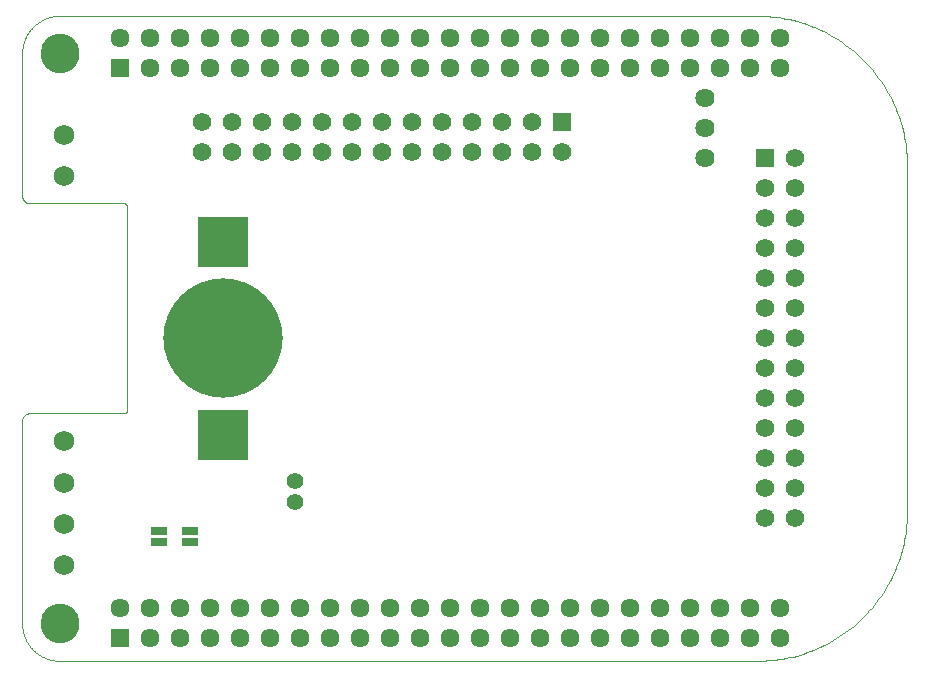
<source format=gbs>
G75*
%MOIN*%
%OFA0B0*%
%FSLAX25Y25*%
%IPPOS*%
%LPD*%
%AMOC8*
5,1,8,0,0,1.08239X$1,22.5*
%
%ADD10R,0.06337X0.06337*%
%ADD11C,0.06337*%
%ADD12C,0.00000*%
%ADD13C,0.12900*%
%ADD14R,0.06200X0.06200*%
%ADD15C,0.06200*%
%ADD16C,0.39770*%
%ADD17R,0.16935X0.16935*%
%ADD18C,0.06400*%
%ADD19C,0.05600*%
%ADD20R,0.05400X0.02900*%
%ADD21C,0.06896*%
D10*
X0082500Y0012500D03*
X0082500Y0202500D03*
D11*
X0092500Y0202500D03*
X0102500Y0202500D03*
X0112500Y0202500D03*
X0122500Y0202500D03*
X0132500Y0202500D03*
X0142500Y0202500D03*
X0152500Y0202500D03*
X0162500Y0202500D03*
X0172500Y0202500D03*
X0182500Y0202500D03*
X0192500Y0202500D03*
X0202500Y0202500D03*
X0212500Y0202500D03*
X0222500Y0202500D03*
X0232500Y0202500D03*
X0242500Y0202500D03*
X0252500Y0202500D03*
X0262500Y0202500D03*
X0272500Y0202500D03*
X0282500Y0202500D03*
X0292500Y0202500D03*
X0302500Y0202500D03*
X0302500Y0212500D03*
X0292500Y0212500D03*
X0282500Y0212500D03*
X0272500Y0212500D03*
X0262500Y0212500D03*
X0252500Y0212500D03*
X0242500Y0212500D03*
X0232500Y0212500D03*
X0222500Y0212500D03*
X0212500Y0212500D03*
X0202500Y0212500D03*
X0192500Y0212500D03*
X0182500Y0212500D03*
X0172500Y0212500D03*
X0162500Y0212500D03*
X0152500Y0212500D03*
X0142500Y0212500D03*
X0132500Y0212500D03*
X0122500Y0212500D03*
X0112500Y0212500D03*
X0102500Y0212500D03*
X0092500Y0212500D03*
X0082500Y0212500D03*
X0082500Y0022500D03*
X0092500Y0022500D03*
X0102500Y0022500D03*
X0112500Y0022500D03*
X0122500Y0022500D03*
X0132500Y0022500D03*
X0142500Y0022500D03*
X0152500Y0022500D03*
X0162500Y0022500D03*
X0172500Y0022500D03*
X0182500Y0022500D03*
X0192500Y0022500D03*
X0202500Y0022500D03*
X0212500Y0022500D03*
X0222500Y0022500D03*
X0232500Y0022500D03*
X0242500Y0022500D03*
X0252500Y0022500D03*
X0262500Y0022500D03*
X0272500Y0022500D03*
X0282500Y0022500D03*
X0292500Y0022500D03*
X0302500Y0022500D03*
X0302500Y0012500D03*
X0292500Y0012500D03*
X0282500Y0012500D03*
X0272500Y0012500D03*
X0262500Y0012500D03*
X0252500Y0012500D03*
X0242500Y0012500D03*
X0232500Y0012500D03*
X0222500Y0012500D03*
X0212500Y0012500D03*
X0202500Y0012500D03*
X0192500Y0012500D03*
X0182500Y0012500D03*
X0172500Y0012500D03*
X0162500Y0012500D03*
X0152500Y0012500D03*
X0142500Y0012500D03*
X0132500Y0012500D03*
X0122500Y0012500D03*
X0112500Y0012500D03*
X0102500Y0012500D03*
X0092500Y0012500D03*
D12*
X0050000Y0017500D02*
X0050000Y0085000D01*
X0050002Y0085098D01*
X0050008Y0085196D01*
X0050017Y0085294D01*
X0050031Y0085391D01*
X0050048Y0085488D01*
X0050069Y0085584D01*
X0050094Y0085679D01*
X0050122Y0085773D01*
X0050155Y0085865D01*
X0050190Y0085957D01*
X0050230Y0086047D01*
X0050272Y0086135D01*
X0050319Y0086222D01*
X0050368Y0086306D01*
X0050421Y0086389D01*
X0050477Y0086469D01*
X0050537Y0086548D01*
X0050599Y0086624D01*
X0050664Y0086697D01*
X0050732Y0086768D01*
X0050803Y0086836D01*
X0050876Y0086901D01*
X0050952Y0086963D01*
X0051031Y0087023D01*
X0051111Y0087079D01*
X0051194Y0087132D01*
X0051278Y0087181D01*
X0051365Y0087228D01*
X0051453Y0087270D01*
X0051543Y0087310D01*
X0051635Y0087345D01*
X0051727Y0087378D01*
X0051821Y0087406D01*
X0051916Y0087431D01*
X0052012Y0087452D01*
X0052109Y0087469D01*
X0052206Y0087483D01*
X0052304Y0087492D01*
X0052402Y0087498D01*
X0052500Y0087500D01*
X0084000Y0087500D01*
X0084060Y0087502D01*
X0084121Y0087507D01*
X0084180Y0087516D01*
X0084239Y0087529D01*
X0084298Y0087545D01*
X0084355Y0087565D01*
X0084410Y0087588D01*
X0084465Y0087615D01*
X0084517Y0087644D01*
X0084568Y0087677D01*
X0084617Y0087713D01*
X0084663Y0087751D01*
X0084707Y0087793D01*
X0084749Y0087837D01*
X0084787Y0087883D01*
X0084823Y0087932D01*
X0084856Y0087983D01*
X0084885Y0088035D01*
X0084912Y0088090D01*
X0084935Y0088145D01*
X0084955Y0088202D01*
X0084971Y0088261D01*
X0084984Y0088320D01*
X0084993Y0088379D01*
X0084998Y0088440D01*
X0085000Y0088500D01*
X0085000Y0156500D01*
X0084998Y0156560D01*
X0084993Y0156621D01*
X0084984Y0156680D01*
X0084971Y0156739D01*
X0084955Y0156798D01*
X0084935Y0156855D01*
X0084912Y0156910D01*
X0084885Y0156965D01*
X0084856Y0157017D01*
X0084823Y0157068D01*
X0084787Y0157117D01*
X0084749Y0157163D01*
X0084707Y0157207D01*
X0084663Y0157249D01*
X0084617Y0157287D01*
X0084568Y0157323D01*
X0084517Y0157356D01*
X0084465Y0157385D01*
X0084410Y0157412D01*
X0084355Y0157435D01*
X0084298Y0157455D01*
X0084239Y0157471D01*
X0084180Y0157484D01*
X0084121Y0157493D01*
X0084060Y0157498D01*
X0084000Y0157500D01*
X0052500Y0157500D01*
X0052402Y0157502D01*
X0052304Y0157508D01*
X0052206Y0157517D01*
X0052109Y0157531D01*
X0052012Y0157548D01*
X0051916Y0157569D01*
X0051821Y0157594D01*
X0051727Y0157622D01*
X0051635Y0157655D01*
X0051543Y0157690D01*
X0051453Y0157730D01*
X0051365Y0157772D01*
X0051278Y0157819D01*
X0051194Y0157868D01*
X0051111Y0157921D01*
X0051031Y0157977D01*
X0050952Y0158037D01*
X0050876Y0158099D01*
X0050803Y0158164D01*
X0050732Y0158232D01*
X0050664Y0158303D01*
X0050599Y0158376D01*
X0050537Y0158452D01*
X0050477Y0158531D01*
X0050421Y0158611D01*
X0050368Y0158694D01*
X0050319Y0158778D01*
X0050272Y0158865D01*
X0050230Y0158953D01*
X0050190Y0159043D01*
X0050155Y0159135D01*
X0050122Y0159227D01*
X0050094Y0159321D01*
X0050069Y0159416D01*
X0050048Y0159512D01*
X0050031Y0159609D01*
X0050017Y0159706D01*
X0050008Y0159804D01*
X0050002Y0159902D01*
X0050000Y0160000D01*
X0050000Y0207500D01*
X0056250Y0207500D02*
X0056252Y0207658D01*
X0056258Y0207815D01*
X0056268Y0207973D01*
X0056282Y0208130D01*
X0056300Y0208286D01*
X0056321Y0208443D01*
X0056347Y0208598D01*
X0056377Y0208753D01*
X0056410Y0208907D01*
X0056448Y0209060D01*
X0056489Y0209213D01*
X0056534Y0209364D01*
X0056583Y0209514D01*
X0056636Y0209662D01*
X0056692Y0209810D01*
X0056753Y0209955D01*
X0056816Y0210100D01*
X0056884Y0210242D01*
X0056955Y0210383D01*
X0057029Y0210522D01*
X0057107Y0210659D01*
X0057189Y0210794D01*
X0057273Y0210927D01*
X0057362Y0211058D01*
X0057453Y0211186D01*
X0057548Y0211313D01*
X0057645Y0211436D01*
X0057746Y0211558D01*
X0057850Y0211676D01*
X0057957Y0211792D01*
X0058067Y0211905D01*
X0058179Y0212016D01*
X0058295Y0212123D01*
X0058413Y0212228D01*
X0058533Y0212330D01*
X0058656Y0212428D01*
X0058782Y0212524D01*
X0058910Y0212616D01*
X0059040Y0212705D01*
X0059172Y0212791D01*
X0059307Y0212873D01*
X0059444Y0212952D01*
X0059582Y0213027D01*
X0059722Y0213099D01*
X0059865Y0213167D01*
X0060008Y0213232D01*
X0060154Y0213293D01*
X0060301Y0213350D01*
X0060449Y0213404D01*
X0060599Y0213454D01*
X0060749Y0213500D01*
X0060901Y0213542D01*
X0061054Y0213581D01*
X0061208Y0213615D01*
X0061363Y0213646D01*
X0061518Y0213672D01*
X0061674Y0213695D01*
X0061831Y0213714D01*
X0061988Y0213729D01*
X0062145Y0213740D01*
X0062303Y0213747D01*
X0062461Y0213750D01*
X0062618Y0213749D01*
X0062776Y0213744D01*
X0062933Y0213735D01*
X0063091Y0213722D01*
X0063247Y0213705D01*
X0063404Y0213684D01*
X0063559Y0213660D01*
X0063714Y0213631D01*
X0063869Y0213598D01*
X0064022Y0213562D01*
X0064175Y0213521D01*
X0064326Y0213477D01*
X0064476Y0213429D01*
X0064625Y0213378D01*
X0064773Y0213322D01*
X0064919Y0213263D01*
X0065064Y0213200D01*
X0065207Y0213133D01*
X0065348Y0213063D01*
X0065487Y0212990D01*
X0065625Y0212913D01*
X0065761Y0212832D01*
X0065894Y0212748D01*
X0066025Y0212661D01*
X0066154Y0212570D01*
X0066281Y0212476D01*
X0066406Y0212379D01*
X0066527Y0212279D01*
X0066647Y0212176D01*
X0066763Y0212070D01*
X0066877Y0211961D01*
X0066989Y0211849D01*
X0067097Y0211735D01*
X0067202Y0211617D01*
X0067305Y0211497D01*
X0067404Y0211375D01*
X0067500Y0211250D01*
X0067593Y0211122D01*
X0067683Y0210993D01*
X0067769Y0210861D01*
X0067853Y0210727D01*
X0067932Y0210591D01*
X0068009Y0210453D01*
X0068081Y0210313D01*
X0068150Y0210171D01*
X0068216Y0210028D01*
X0068278Y0209883D01*
X0068336Y0209736D01*
X0068391Y0209588D01*
X0068442Y0209439D01*
X0068489Y0209288D01*
X0068532Y0209137D01*
X0068571Y0208984D01*
X0068607Y0208830D01*
X0068638Y0208676D01*
X0068666Y0208521D01*
X0068690Y0208365D01*
X0068710Y0208208D01*
X0068726Y0208051D01*
X0068738Y0207894D01*
X0068746Y0207737D01*
X0068750Y0207579D01*
X0068750Y0207421D01*
X0068746Y0207263D01*
X0068738Y0207106D01*
X0068726Y0206949D01*
X0068710Y0206792D01*
X0068690Y0206635D01*
X0068666Y0206479D01*
X0068638Y0206324D01*
X0068607Y0206170D01*
X0068571Y0206016D01*
X0068532Y0205863D01*
X0068489Y0205712D01*
X0068442Y0205561D01*
X0068391Y0205412D01*
X0068336Y0205264D01*
X0068278Y0205117D01*
X0068216Y0204972D01*
X0068150Y0204829D01*
X0068081Y0204687D01*
X0068009Y0204547D01*
X0067932Y0204409D01*
X0067853Y0204273D01*
X0067769Y0204139D01*
X0067683Y0204007D01*
X0067593Y0203878D01*
X0067500Y0203750D01*
X0067404Y0203625D01*
X0067305Y0203503D01*
X0067202Y0203383D01*
X0067097Y0203265D01*
X0066989Y0203151D01*
X0066877Y0203039D01*
X0066763Y0202930D01*
X0066647Y0202824D01*
X0066527Y0202721D01*
X0066406Y0202621D01*
X0066281Y0202524D01*
X0066154Y0202430D01*
X0066025Y0202339D01*
X0065894Y0202252D01*
X0065761Y0202168D01*
X0065625Y0202087D01*
X0065487Y0202010D01*
X0065348Y0201937D01*
X0065207Y0201867D01*
X0065064Y0201800D01*
X0064919Y0201737D01*
X0064773Y0201678D01*
X0064625Y0201622D01*
X0064476Y0201571D01*
X0064326Y0201523D01*
X0064175Y0201479D01*
X0064022Y0201438D01*
X0063869Y0201402D01*
X0063714Y0201369D01*
X0063559Y0201340D01*
X0063404Y0201316D01*
X0063247Y0201295D01*
X0063091Y0201278D01*
X0062933Y0201265D01*
X0062776Y0201256D01*
X0062618Y0201251D01*
X0062461Y0201250D01*
X0062303Y0201253D01*
X0062145Y0201260D01*
X0061988Y0201271D01*
X0061831Y0201286D01*
X0061674Y0201305D01*
X0061518Y0201328D01*
X0061363Y0201354D01*
X0061208Y0201385D01*
X0061054Y0201419D01*
X0060901Y0201458D01*
X0060749Y0201500D01*
X0060599Y0201546D01*
X0060449Y0201596D01*
X0060301Y0201650D01*
X0060154Y0201707D01*
X0060008Y0201768D01*
X0059865Y0201833D01*
X0059722Y0201901D01*
X0059582Y0201973D01*
X0059444Y0202048D01*
X0059307Y0202127D01*
X0059172Y0202209D01*
X0059040Y0202295D01*
X0058910Y0202384D01*
X0058782Y0202476D01*
X0058656Y0202572D01*
X0058533Y0202670D01*
X0058413Y0202772D01*
X0058295Y0202877D01*
X0058179Y0202984D01*
X0058067Y0203095D01*
X0057957Y0203208D01*
X0057850Y0203324D01*
X0057746Y0203442D01*
X0057645Y0203564D01*
X0057548Y0203687D01*
X0057453Y0203814D01*
X0057362Y0203942D01*
X0057273Y0204073D01*
X0057189Y0204206D01*
X0057107Y0204341D01*
X0057029Y0204478D01*
X0056955Y0204617D01*
X0056884Y0204758D01*
X0056816Y0204900D01*
X0056753Y0205045D01*
X0056692Y0205190D01*
X0056636Y0205338D01*
X0056583Y0205486D01*
X0056534Y0205636D01*
X0056489Y0205787D01*
X0056448Y0205940D01*
X0056410Y0206093D01*
X0056377Y0206247D01*
X0056347Y0206402D01*
X0056321Y0206557D01*
X0056300Y0206714D01*
X0056282Y0206870D01*
X0056268Y0207027D01*
X0056258Y0207185D01*
X0056252Y0207342D01*
X0056250Y0207500D01*
X0050000Y0207500D02*
X0050004Y0207802D01*
X0050015Y0208104D01*
X0050033Y0208405D01*
X0050058Y0208706D01*
X0050091Y0209007D01*
X0050131Y0209306D01*
X0050178Y0209604D01*
X0050233Y0209902D01*
X0050294Y0210197D01*
X0050363Y0210491D01*
X0050439Y0210784D01*
X0050522Y0211074D01*
X0050612Y0211363D01*
X0050709Y0211649D01*
X0050812Y0211933D01*
X0050923Y0212214D01*
X0051040Y0212492D01*
X0051164Y0212768D01*
X0051295Y0213040D01*
X0051432Y0213309D01*
X0051575Y0213575D01*
X0051725Y0213837D01*
X0051882Y0214096D01*
X0052044Y0214350D01*
X0052213Y0214601D01*
X0052387Y0214847D01*
X0052568Y0215090D01*
X0052754Y0215327D01*
X0052946Y0215561D01*
X0053144Y0215789D01*
X0053347Y0216013D01*
X0053555Y0216231D01*
X0053769Y0216445D01*
X0053987Y0216653D01*
X0054211Y0216856D01*
X0054439Y0217054D01*
X0054673Y0217246D01*
X0054910Y0217432D01*
X0055153Y0217613D01*
X0055399Y0217787D01*
X0055650Y0217956D01*
X0055904Y0218118D01*
X0056163Y0218275D01*
X0056425Y0218425D01*
X0056691Y0218568D01*
X0056960Y0218705D01*
X0057232Y0218836D01*
X0057508Y0218960D01*
X0057786Y0219077D01*
X0058067Y0219188D01*
X0058351Y0219291D01*
X0058637Y0219388D01*
X0058926Y0219478D01*
X0059216Y0219561D01*
X0059509Y0219637D01*
X0059803Y0219706D01*
X0060098Y0219767D01*
X0060396Y0219822D01*
X0060694Y0219869D01*
X0060993Y0219909D01*
X0061294Y0219942D01*
X0061595Y0219967D01*
X0061896Y0219985D01*
X0062198Y0219996D01*
X0062500Y0220000D01*
X0295000Y0220000D01*
X0296208Y0219985D01*
X0297416Y0219942D01*
X0298622Y0219869D01*
X0299826Y0219767D01*
X0301027Y0219635D01*
X0302224Y0219475D01*
X0303418Y0219286D01*
X0304606Y0219069D01*
X0305789Y0218822D01*
X0306966Y0218547D01*
X0308135Y0218244D01*
X0309297Y0217912D01*
X0310451Y0217553D01*
X0311595Y0217166D01*
X0312730Y0216751D01*
X0313855Y0216309D01*
X0314968Y0215840D01*
X0316070Y0215344D01*
X0317160Y0214821D01*
X0318236Y0214273D01*
X0319299Y0213698D01*
X0320348Y0213098D01*
X0321382Y0212473D01*
X0322401Y0211824D01*
X0323403Y0211149D01*
X0324389Y0210451D01*
X0325358Y0209729D01*
X0326309Y0208984D01*
X0327242Y0208216D01*
X0328156Y0207426D01*
X0329051Y0206613D01*
X0329926Y0205780D01*
X0330780Y0204926D01*
X0331613Y0204051D01*
X0332426Y0203156D01*
X0333216Y0202242D01*
X0333984Y0201309D01*
X0334729Y0200358D01*
X0335451Y0199389D01*
X0336149Y0198403D01*
X0336824Y0197401D01*
X0337473Y0196382D01*
X0338098Y0195348D01*
X0338698Y0194299D01*
X0339273Y0193236D01*
X0339821Y0192160D01*
X0340344Y0191070D01*
X0340840Y0189968D01*
X0341309Y0188855D01*
X0341751Y0187730D01*
X0342166Y0186595D01*
X0342553Y0185451D01*
X0342912Y0184297D01*
X0343244Y0183135D01*
X0343547Y0181966D01*
X0343822Y0180789D01*
X0344069Y0179606D01*
X0344286Y0178418D01*
X0344475Y0177224D01*
X0344635Y0176027D01*
X0344767Y0174826D01*
X0344869Y0173622D01*
X0344942Y0172416D01*
X0344985Y0171208D01*
X0345000Y0170000D01*
X0345000Y0055000D01*
X0344985Y0053792D01*
X0344942Y0052584D01*
X0344869Y0051378D01*
X0344767Y0050174D01*
X0344635Y0048973D01*
X0344475Y0047776D01*
X0344286Y0046582D01*
X0344069Y0045394D01*
X0343822Y0044211D01*
X0343547Y0043034D01*
X0343244Y0041865D01*
X0342912Y0040703D01*
X0342553Y0039549D01*
X0342166Y0038405D01*
X0341751Y0037270D01*
X0341309Y0036145D01*
X0340840Y0035032D01*
X0340344Y0033930D01*
X0339821Y0032840D01*
X0339273Y0031764D01*
X0338698Y0030701D01*
X0338098Y0029652D01*
X0337473Y0028618D01*
X0336824Y0027599D01*
X0336149Y0026597D01*
X0335451Y0025611D01*
X0334729Y0024642D01*
X0333984Y0023691D01*
X0333216Y0022758D01*
X0332426Y0021844D01*
X0331613Y0020949D01*
X0330780Y0020074D01*
X0329926Y0019220D01*
X0329051Y0018387D01*
X0328156Y0017574D01*
X0327242Y0016784D01*
X0326309Y0016016D01*
X0325358Y0015271D01*
X0324389Y0014549D01*
X0323403Y0013851D01*
X0322401Y0013176D01*
X0321382Y0012527D01*
X0320348Y0011902D01*
X0319299Y0011302D01*
X0318236Y0010727D01*
X0317160Y0010179D01*
X0316070Y0009656D01*
X0314968Y0009160D01*
X0313855Y0008691D01*
X0312730Y0008249D01*
X0311595Y0007834D01*
X0310451Y0007447D01*
X0309297Y0007088D01*
X0308135Y0006756D01*
X0306966Y0006453D01*
X0305789Y0006178D01*
X0304606Y0005931D01*
X0303418Y0005714D01*
X0302224Y0005525D01*
X0301027Y0005365D01*
X0299826Y0005233D01*
X0298622Y0005131D01*
X0297416Y0005058D01*
X0296208Y0005015D01*
X0295000Y0005000D01*
X0062500Y0005000D01*
X0056250Y0017500D02*
X0056252Y0017658D01*
X0056258Y0017815D01*
X0056268Y0017973D01*
X0056282Y0018130D01*
X0056300Y0018286D01*
X0056321Y0018443D01*
X0056347Y0018598D01*
X0056377Y0018753D01*
X0056410Y0018907D01*
X0056448Y0019060D01*
X0056489Y0019213D01*
X0056534Y0019364D01*
X0056583Y0019514D01*
X0056636Y0019662D01*
X0056692Y0019810D01*
X0056753Y0019955D01*
X0056816Y0020100D01*
X0056884Y0020242D01*
X0056955Y0020383D01*
X0057029Y0020522D01*
X0057107Y0020659D01*
X0057189Y0020794D01*
X0057273Y0020927D01*
X0057362Y0021058D01*
X0057453Y0021186D01*
X0057548Y0021313D01*
X0057645Y0021436D01*
X0057746Y0021558D01*
X0057850Y0021676D01*
X0057957Y0021792D01*
X0058067Y0021905D01*
X0058179Y0022016D01*
X0058295Y0022123D01*
X0058413Y0022228D01*
X0058533Y0022330D01*
X0058656Y0022428D01*
X0058782Y0022524D01*
X0058910Y0022616D01*
X0059040Y0022705D01*
X0059172Y0022791D01*
X0059307Y0022873D01*
X0059444Y0022952D01*
X0059582Y0023027D01*
X0059722Y0023099D01*
X0059865Y0023167D01*
X0060008Y0023232D01*
X0060154Y0023293D01*
X0060301Y0023350D01*
X0060449Y0023404D01*
X0060599Y0023454D01*
X0060749Y0023500D01*
X0060901Y0023542D01*
X0061054Y0023581D01*
X0061208Y0023615D01*
X0061363Y0023646D01*
X0061518Y0023672D01*
X0061674Y0023695D01*
X0061831Y0023714D01*
X0061988Y0023729D01*
X0062145Y0023740D01*
X0062303Y0023747D01*
X0062461Y0023750D01*
X0062618Y0023749D01*
X0062776Y0023744D01*
X0062933Y0023735D01*
X0063091Y0023722D01*
X0063247Y0023705D01*
X0063404Y0023684D01*
X0063559Y0023660D01*
X0063714Y0023631D01*
X0063869Y0023598D01*
X0064022Y0023562D01*
X0064175Y0023521D01*
X0064326Y0023477D01*
X0064476Y0023429D01*
X0064625Y0023378D01*
X0064773Y0023322D01*
X0064919Y0023263D01*
X0065064Y0023200D01*
X0065207Y0023133D01*
X0065348Y0023063D01*
X0065487Y0022990D01*
X0065625Y0022913D01*
X0065761Y0022832D01*
X0065894Y0022748D01*
X0066025Y0022661D01*
X0066154Y0022570D01*
X0066281Y0022476D01*
X0066406Y0022379D01*
X0066527Y0022279D01*
X0066647Y0022176D01*
X0066763Y0022070D01*
X0066877Y0021961D01*
X0066989Y0021849D01*
X0067097Y0021735D01*
X0067202Y0021617D01*
X0067305Y0021497D01*
X0067404Y0021375D01*
X0067500Y0021250D01*
X0067593Y0021122D01*
X0067683Y0020993D01*
X0067769Y0020861D01*
X0067853Y0020727D01*
X0067932Y0020591D01*
X0068009Y0020453D01*
X0068081Y0020313D01*
X0068150Y0020171D01*
X0068216Y0020028D01*
X0068278Y0019883D01*
X0068336Y0019736D01*
X0068391Y0019588D01*
X0068442Y0019439D01*
X0068489Y0019288D01*
X0068532Y0019137D01*
X0068571Y0018984D01*
X0068607Y0018830D01*
X0068638Y0018676D01*
X0068666Y0018521D01*
X0068690Y0018365D01*
X0068710Y0018208D01*
X0068726Y0018051D01*
X0068738Y0017894D01*
X0068746Y0017737D01*
X0068750Y0017579D01*
X0068750Y0017421D01*
X0068746Y0017263D01*
X0068738Y0017106D01*
X0068726Y0016949D01*
X0068710Y0016792D01*
X0068690Y0016635D01*
X0068666Y0016479D01*
X0068638Y0016324D01*
X0068607Y0016170D01*
X0068571Y0016016D01*
X0068532Y0015863D01*
X0068489Y0015712D01*
X0068442Y0015561D01*
X0068391Y0015412D01*
X0068336Y0015264D01*
X0068278Y0015117D01*
X0068216Y0014972D01*
X0068150Y0014829D01*
X0068081Y0014687D01*
X0068009Y0014547D01*
X0067932Y0014409D01*
X0067853Y0014273D01*
X0067769Y0014139D01*
X0067683Y0014007D01*
X0067593Y0013878D01*
X0067500Y0013750D01*
X0067404Y0013625D01*
X0067305Y0013503D01*
X0067202Y0013383D01*
X0067097Y0013265D01*
X0066989Y0013151D01*
X0066877Y0013039D01*
X0066763Y0012930D01*
X0066647Y0012824D01*
X0066527Y0012721D01*
X0066406Y0012621D01*
X0066281Y0012524D01*
X0066154Y0012430D01*
X0066025Y0012339D01*
X0065894Y0012252D01*
X0065761Y0012168D01*
X0065625Y0012087D01*
X0065487Y0012010D01*
X0065348Y0011937D01*
X0065207Y0011867D01*
X0065064Y0011800D01*
X0064919Y0011737D01*
X0064773Y0011678D01*
X0064625Y0011622D01*
X0064476Y0011571D01*
X0064326Y0011523D01*
X0064175Y0011479D01*
X0064022Y0011438D01*
X0063869Y0011402D01*
X0063714Y0011369D01*
X0063559Y0011340D01*
X0063404Y0011316D01*
X0063247Y0011295D01*
X0063091Y0011278D01*
X0062933Y0011265D01*
X0062776Y0011256D01*
X0062618Y0011251D01*
X0062461Y0011250D01*
X0062303Y0011253D01*
X0062145Y0011260D01*
X0061988Y0011271D01*
X0061831Y0011286D01*
X0061674Y0011305D01*
X0061518Y0011328D01*
X0061363Y0011354D01*
X0061208Y0011385D01*
X0061054Y0011419D01*
X0060901Y0011458D01*
X0060749Y0011500D01*
X0060599Y0011546D01*
X0060449Y0011596D01*
X0060301Y0011650D01*
X0060154Y0011707D01*
X0060008Y0011768D01*
X0059865Y0011833D01*
X0059722Y0011901D01*
X0059582Y0011973D01*
X0059444Y0012048D01*
X0059307Y0012127D01*
X0059172Y0012209D01*
X0059040Y0012295D01*
X0058910Y0012384D01*
X0058782Y0012476D01*
X0058656Y0012572D01*
X0058533Y0012670D01*
X0058413Y0012772D01*
X0058295Y0012877D01*
X0058179Y0012984D01*
X0058067Y0013095D01*
X0057957Y0013208D01*
X0057850Y0013324D01*
X0057746Y0013442D01*
X0057645Y0013564D01*
X0057548Y0013687D01*
X0057453Y0013814D01*
X0057362Y0013942D01*
X0057273Y0014073D01*
X0057189Y0014206D01*
X0057107Y0014341D01*
X0057029Y0014478D01*
X0056955Y0014617D01*
X0056884Y0014758D01*
X0056816Y0014900D01*
X0056753Y0015045D01*
X0056692Y0015190D01*
X0056636Y0015338D01*
X0056583Y0015486D01*
X0056534Y0015636D01*
X0056489Y0015787D01*
X0056448Y0015940D01*
X0056410Y0016093D01*
X0056377Y0016247D01*
X0056347Y0016402D01*
X0056321Y0016557D01*
X0056300Y0016714D01*
X0056282Y0016870D01*
X0056268Y0017027D01*
X0056258Y0017185D01*
X0056252Y0017342D01*
X0056250Y0017500D01*
X0050000Y0017500D02*
X0050004Y0017198D01*
X0050015Y0016896D01*
X0050033Y0016595D01*
X0050058Y0016294D01*
X0050091Y0015993D01*
X0050131Y0015694D01*
X0050178Y0015396D01*
X0050233Y0015098D01*
X0050294Y0014803D01*
X0050363Y0014509D01*
X0050439Y0014216D01*
X0050522Y0013926D01*
X0050612Y0013637D01*
X0050709Y0013351D01*
X0050812Y0013067D01*
X0050923Y0012786D01*
X0051040Y0012508D01*
X0051164Y0012232D01*
X0051295Y0011960D01*
X0051432Y0011691D01*
X0051575Y0011425D01*
X0051725Y0011163D01*
X0051882Y0010904D01*
X0052044Y0010650D01*
X0052213Y0010399D01*
X0052387Y0010153D01*
X0052568Y0009910D01*
X0052754Y0009673D01*
X0052946Y0009439D01*
X0053144Y0009211D01*
X0053347Y0008987D01*
X0053555Y0008769D01*
X0053769Y0008555D01*
X0053987Y0008347D01*
X0054211Y0008144D01*
X0054439Y0007946D01*
X0054673Y0007754D01*
X0054910Y0007568D01*
X0055153Y0007387D01*
X0055399Y0007213D01*
X0055650Y0007044D01*
X0055904Y0006882D01*
X0056163Y0006725D01*
X0056425Y0006575D01*
X0056691Y0006432D01*
X0056960Y0006295D01*
X0057232Y0006164D01*
X0057508Y0006040D01*
X0057786Y0005923D01*
X0058067Y0005812D01*
X0058351Y0005709D01*
X0058637Y0005612D01*
X0058926Y0005522D01*
X0059216Y0005439D01*
X0059509Y0005363D01*
X0059803Y0005294D01*
X0060098Y0005233D01*
X0060396Y0005178D01*
X0060694Y0005131D01*
X0060993Y0005091D01*
X0061294Y0005058D01*
X0061595Y0005033D01*
X0061896Y0005015D01*
X0062198Y0005004D01*
X0062500Y0005000D01*
D13*
X0062500Y0017500D03*
X0062500Y0207500D03*
D14*
X0230000Y0184500D03*
X0297500Y0172500D03*
D15*
X0307500Y0172500D03*
X0307500Y0162500D03*
X0297500Y0162500D03*
X0297500Y0152500D03*
X0307500Y0152500D03*
X0307500Y0142500D03*
X0297500Y0142500D03*
X0297500Y0132500D03*
X0307500Y0132500D03*
X0307500Y0122500D03*
X0297500Y0122500D03*
X0297500Y0112500D03*
X0307500Y0112500D03*
X0307500Y0102500D03*
X0297500Y0102500D03*
X0297500Y0092500D03*
X0307500Y0092500D03*
X0307500Y0082500D03*
X0297500Y0082500D03*
X0297500Y0072500D03*
X0307500Y0072500D03*
X0307500Y0062500D03*
X0297500Y0062500D03*
X0297500Y0052500D03*
X0307500Y0052500D03*
X0230000Y0174500D03*
X0220000Y0174500D03*
X0210000Y0174500D03*
X0200000Y0174500D03*
X0190000Y0174500D03*
X0180000Y0174500D03*
X0170000Y0174500D03*
X0160000Y0174500D03*
X0150000Y0174500D03*
X0140000Y0174500D03*
X0130000Y0174500D03*
X0120000Y0174500D03*
X0110000Y0174500D03*
X0110000Y0184500D03*
X0120000Y0184500D03*
X0130000Y0184500D03*
X0140000Y0184500D03*
X0150000Y0184500D03*
X0160000Y0184500D03*
X0170000Y0184500D03*
X0180000Y0184500D03*
X0190000Y0184500D03*
X0200000Y0184500D03*
X0210000Y0184500D03*
X0220000Y0184500D03*
D16*
X0117000Y0112500D03*
D17*
X0117000Y0080276D03*
X0117000Y0144724D03*
D18*
X0277500Y0172500D03*
X0277500Y0182500D03*
X0277500Y0192500D03*
D19*
X0141000Y0065000D03*
X0141000Y0058000D03*
D20*
X0106000Y0048272D03*
X0106000Y0044728D03*
X0095500Y0044728D03*
X0095500Y0048272D03*
D21*
X0064000Y0050610D03*
X0064000Y0036831D03*
X0064000Y0064390D03*
X0064000Y0078169D03*
X0064000Y0166610D03*
X0064000Y0180390D03*
M02*

</source>
